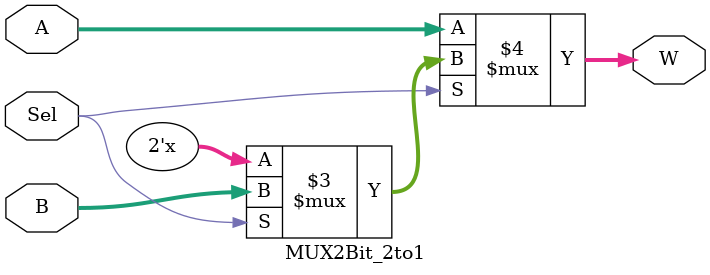
<source format=sv>
module QuadMUX_2to1(input [3:0] A,B, input Sel, output logic [3:0] W);

    assign W = (Sel == 1'b0) ? A:
                (Sel == 1'b1) ? B:
                    4'bx;
endmodule

module MUX2Bit_2to1(input [1:0] A,B, input Sel, output logic [1:0] W);

    assign W = (Sel == 1'b0) ? A:
                (Sel == 1'b1) ? B:
                    2'bx;
endmodule
</source>
